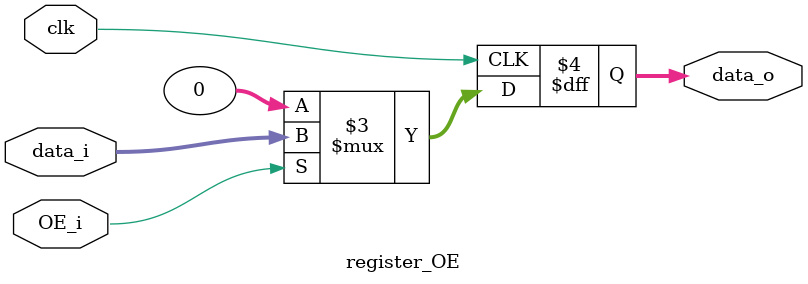
<source format=v>
module register_OE(clk,data_i,data_o, OE_i);

parameter DATA_WITDH = 32;

// Declare port type
input clk;
input OE_i;
input [DATA_WITDH - 1:0] data_i;
output [DATA_WITDH - 1:0] data_o;

// mssv co 8 trang thai nen chi can 3 FF => data_i can 3 bit
// viet [2:0] chu khong phai [0:2]

// Declare data type for ports

// wire: day noi, luon danh cho: input
// reg: thanh ghi, dung de luu tru, bao gom ca wire va register.
    // Bat buoc la kieu register neu la thanh ghi (dung de luu gia tri)
    // La kieu wire khi su dung register de gan gia tri
    // flipflop output luon la kieu reg.
    
wire clk;
wire [DATA_WITDH - 1:0] data_i;
reg [DATA_WITDH - 1:0] data_o_temp;
reg [DATA_WITDH - 1:0] data_o;

// Functional Description
// always la cau lenh de thuc thi, no se thu thi trong begin end
// dieu khien thuc thi la @()
// posedge: tich cuc canh len, negede tich cuc canh xuong
// code cua verilog chay song song chu ko phai tu tren xuong => cac phep gan "<=" co the lay so tu gia tri cu. con phep "=" thi bat buoc bang gia tri moi.
// mach tuan tu luon xai "<="

always @(posedge clk) 
begin   
    data_o = (OE_i == 1'b1) ? data_i : 32'd0;
end

endmodule
</source>
